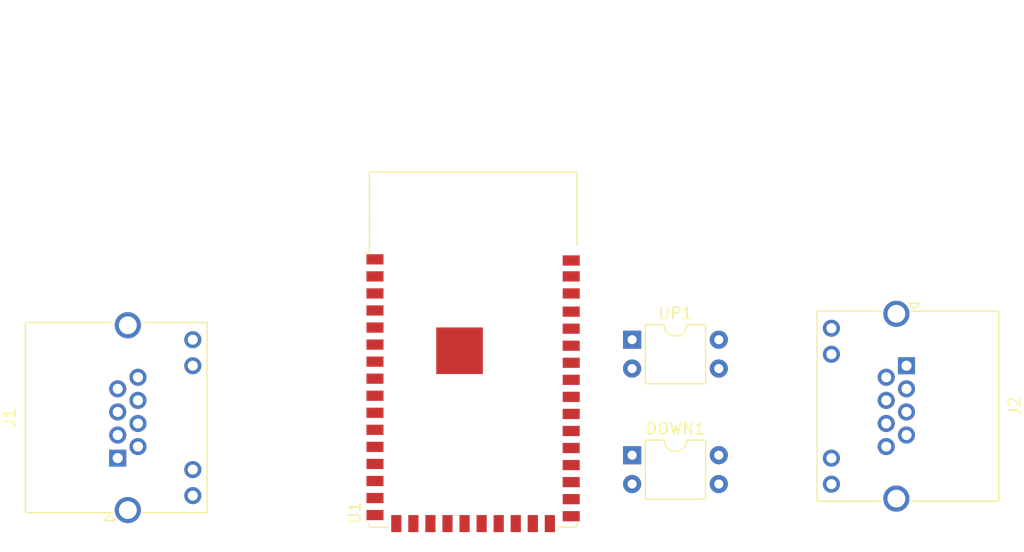
<source format=kicad_pcb>
(kicad_pcb (version 20221018) (generator pcbnew)
  (layers (0 "F.Cu" signal) (31 "B.Cu" signal) (34 "B.Paste" user) (35 "F.Paste" user) (36 "B.SilkS" user "B.Silkscreen") (37 "F.SilkS" user "F.Silkscreen") (38 "B.Mask" user) (39 "F.Mask" user) (44 "Edge.Cuts" user))
  (net 0 "")
  (net 3 "Net-(DOWN1-Pad3)")
  (net 4 "Net-(DOWN1-Pad4)")
  (net 7 "Net-(U1-3V3)")
  (net 8 "Net-(U1-IO09)")
  (net 9 "Net-(U1-IO08)")
  (net 19 "Net-(J2-Pad5)")
  (net 27 "Net-(U1-GND-Pad1)")
  (footprint "Connector_RJ:RJ45_Amphenol_RJHSE538X" (layer "F.Cu") (at 124.46 87.376 -90)
    (fp_text reference "J2" (at 3.56 -9.5 90) (layer "F.SilkS"))
    (fp_text value "8P8C_LED")
    (fp_line (start -5.5 -1.2) (end -5 -0.7) (stroke (width 0.12)) (layer "F.SilkS"))
    (fp_line (start -5.5 -0.2) (end -5.5 -1.2) (stroke (width 0.12)) (layer "F.SilkS"))
    (fp_line (start -5 -0.7) (end -5.5 -0.2) (stroke (width 0.12)) (layer "F.SilkS"))
    (fp_line (start -4.805 -8.11) (end -4.805 -0.5) (stroke (width 0.12)) (layer "F.SilkS"))
    (fp_line (start -4.805 -8.11) (end 11.925 -8.11) (stroke (width 0.12)) (layer "F.SilkS"))
    (fp_line (start -4.805 7.86) (end -4.805 2.3) (stroke (width 0.12)) (layer "F.SilkS"))
    (fp_line (start -4.805 7.86) (end 11.925 7.86) (stroke (width 0.12)) (layer "F.SilkS"))
    (fp_line (start 11.925 -8.11) (end 11.925 -0.5) (stroke (width 0.12)) (layer "F.SilkS"))
    (fp_line (start 11.925 7.86) (end 11.925 2.3) (stroke (width 0.12)) (layer "F.SilkS"))
    (pad "" np_thru_hole circle (at -2.79 -2.54 270) (size 3.25 3.25) (drill 3.25) (layers "*.Cu" "*.Mask"))
    (pad "" np_thru_hole circle (at 9.91 -2.54 270) (size 3.25 3.25) (drill 3.25) (layers "*.Cu" "*.Mask"))
    (pad "1" thru_hole rect (at 0 0 270) (size 1.5 1.5) (drill 0.89) (layers "*.Cu" "*.Mask"))
    (pad "2" thru_hole circle (at 1.016 1.78 270) (size 1.5 1.5) (drill 0.89) (layers "*.Cu" "*.Mask"))
    (pad "3" thru_hole circle (at 2.032 0 270) (size 1.5 1.5) (drill 0.89) (layers "*.Cu" "*.Mask") (net 4 "Net-(DOWN1-Pad4)"))
    (pad "4" thru_hole circle (at 3.048 1.78 270) (size 1.5 1.5) (drill 0.89) (layers "*.Cu" "*.Mask") (net 3 "Net-(DOWN1-Pad3)"))
    (pad "5" thru_hole circle (at 4.064 0 270) (size 1.5 1.5) (drill 0.89) (layers "*.Cu" "*.Mask") (net 19 "Net-(J2-Pad5)"))
    (pad "6" thru_hole circle (at 5.08 1.78 270) (size 1.5 1.5) (drill 0.89) (layers "*.Cu" "*.Mask"))
    (pad "7" thru_hole circle (at 6.096 0 270) (size 1.5 1.5) (drill 0.89) (layers "*.Cu" "*.Mask"))
    (pad "8" thru_hole circle (at 7.112 1.78 270) (size 1.5 1.5) (drill 0.89) (layers "*.Cu" "*.Mask"))
    (pad "9" thru_hole circle (at -3.3 6.6 270) (size 1.5 1.5) (drill 0.89) (layers "*.Cu" "*.Mask"))
    (pad "10" thru_hole circle (at -1.01 6.6 270) (size 1.5 1.5) (drill 0.89) (layers "*.Cu" "*.Mask"))
    (pad "11" thru_hole circle (at 8.13 6.6 270) (size 1.5 1.5) (drill 0.89) (layers "*.Cu" "*.Mask"))
    (pad "12" thru_hole circle (at 10.42 6.6 270) (size 1.5 1.5) (drill 0.89) (layers "*.Cu" "*.Mask"))
    (pad "SH" thru_hole circle (at -4.57 0.89 270) (size 2.3 2.3) (drill 1.57) (layers "*.Cu" "*.Mask"))
    (pad "SH" thru_hole circle (at 11.69 0.89 270) (size 2.3 2.3) (drill 1.57) (layers "*.Cu" "*.Mask"))
  )
  (footprint "RF_Module:ESP32-S2-WROVER" (layer "F.Cu") (at 86.36 89.79)
    (fp_text reference "U1" (at -10.41 10.53 90) (layer "F.SilkS"))
    (fp_text value "ESP32-S2-WROVER")
    (fp_line (start -9.125 -19.45) (end 9.13 -19.45) (stroke (width 0.12)) (layer "F.SilkS"))
    (fp_line (start -9.12 11.44) (end -9.12 11.8) (stroke (width 0.12)) (layer "F.SilkS"))
    (fp_line (start -9.12 11.8) (end -7.46 11.8) (stroke (width 0.12)) (layer "F.SilkS"))
    (fp_line (start -9.11 -12.37) (end -9.5 -12.37) (stroke (width 0.12)) (layer "F.SilkS"))
    (fp_line (start -9.11 -12.37) (end -9.125 -19.45) (stroke (width 0.12)) (layer "F.SilkS"))
    (fp_line (start 9.12 11.54) (end 9.12 11.8) (stroke (width 0.12)) (layer "F.SilkS"))
    (fp_line (start 9.12 11.8) (end 7.46 11.8) (stroke (width 0.12)) (layer "F.SilkS"))
    (fp_line (start 9.13 -13.03) (end 9.13 -19.45) (stroke (width 0.12)) (layer "F.SilkS"))
    (pad "1" smd rect (at -8.625 -11.775) (size 1.5 0.9) (layers "F.Cu" "F.Paste" "F.Mask") (net 27 "Net-(U1-GND-Pad1)"))
    (pad "2" smd rect (at -8.625 -10.275) (size 1.5 0.9) (layers "F.Cu" "F.Paste" "F.Mask") (net 7 "Net-(U1-3V3)"))
    (pad "3" smd rect (at -8.625 -8.775) (size 1.5 0.9) (layers "F.Cu" "F.Paste" "F.Mask"))
    (pad "4" smd rect (at -8.625 -7.275) (size 1.5 0.9) (layers "F.Cu" "F.Paste" "F.Mask"))
    (pad "5" smd rect (at -8.625 -5.775) (size 1.5 0.9) (layers "F.Cu" "F.Paste" "F.Mask"))
    (pad "6" smd rect (at -8.625 -4.275) (size 1.5 0.9) (layers "F.Cu" "F.Paste" "F.Mask"))
    (pad "7" smd rect (at -8.625 -2.775) (size 1.5 0.9) (layers "F.Cu" "F.Paste" "F.Mask"))
    (pad "8" smd rect (at -8.625 -1.275) (size 1.5 0.9) (layers "F.Cu" "F.Paste" "F.Mask"))
    (pad "9" smd rect (at -8.625 0.225) (size 1.5 0.9) (layers "F.Cu" "F.Paste" "F.Mask"))
    (pad "10" smd rect (at -8.625 1.725) (size 1.5 0.9) (layers "F.Cu" "F.Paste" "F.Mask"))
    (pad "11" smd rect (at -8.625 3.225) (size 1.5 0.9) (layers "F.Cu" "F.Paste" "F.Mask") (net 9 "Net-(U1-IO08)"))
    (pad "12" smd rect (at -8.625 4.725) (size 1.5 0.9) (layers "F.Cu" "F.Paste" "F.Mask") (net 8 "Net-(U1-IO09)"))
    (pad "13" smd rect (at -8.625 6.225) (size 1.5 0.9) (layers "F.Cu" "F.Paste" "F.Mask"))
    (pad "14" smd rect (at -8.625 7.725) (size 1.5 0.9) (layers "F.Cu" "F.Paste" "F.Mask"))
    (pad "15" smd rect (at -8.625 9.225 180) (size 1.5 0.9) (layers "F.Cu" "F.Paste" "F.Mask"))
    (pad "16" smd rect (at -8.625 10.725 180) (size 1.5 0.9) (layers "F.Cu" "F.Paste" "F.Mask"))
    (pad "17" smd rect (at -6.75 11.475) (size 0.9 1.5) (layers "F.Cu" "F.Paste" "F.Mask"))
    (pad "18" smd rect (at -5.25 11.475) (size 0.9 1.5) (layers "F.Cu" "F.Paste" "F.Mask"))
    (pad "19" smd rect (at -3.75 11.475) (size 0.9 1.5) (layers "F.Cu" "F.Paste" "F.Mask"))
    (pad "20" smd rect (at -2.25 11.475) (size 0.9 1.5) (layers "F.Cu" "F.Paste" "F.Mask"))
    (pad "21" smd rect (at -0.75 11.475) (size 0.9 1.5) (layers "F.Cu" "F.Paste" "F.Mask"))
    (pad "22" smd rect (at 0.75 11.475) (size 0.9 1.5) (layers "F.Cu" "F.Paste" "F.Mask"))
    (pad "23" smd rect (at 2.25 11.475) (size 0.9 1.5) (layers "F.Cu" "F.Paste" "F.Mask"))
    (pad "24" smd rect (at 3.75 11.475) (size 0.9 1.5) (layers "F.Cu" "F.Paste" "F.Mask"))
    (pad "25" smd rect (at 5.25 11.475) (size 0.9 1.5) (layers "F.Cu" "F.Paste" "F.Mask"))
    (pad "26" smd rect (at 6.75 11.475) (size 0.9 1.5) (layers "F.Cu" "F.Paste" "F.Mask") (net 27 "Net-(U1-GND-Pad1)"))
    (pad "27" smd rect (at 8.625 10.825) (size 1.5 0.9) (layers "F.Cu" "F.Paste" "F.Mask"))
    (pad "28" smd rect (at 8.625 9.325) (size 1.5 0.9) (layers "F.Cu" "F.Paste" "F.Mask"))
    (pad "29" smd rect (at 8.625 7.825) (size 1.5 0.9) (layers "F.Cu" "F.Paste" "F.Mask"))
    (pad "30" smd rect (at 8.625 6.325) (size 1.5 0.9) (layers "F.Cu" "F.Paste" "F.Mask"))
    (pad "31" smd rect (at 8.625 4.825) (size 1.5 0.9) (layers "F.Cu" "F.Paste" "F.Mask"))
    (pad "32" smd rect (at 8.625 3.325) (size 1.5 0.9) (layers "F.Cu" "F.Paste" "F.Mask"))
    (pad "33" smd rect (at 8.625 1.825) (size 1.5 0.9) (layers "F.Cu" "F.Paste" "F.Mask"))
    (pad "34" smd rect (at 8.625 0.325) (size 1.5 0.9) (layers "F.Cu" "F.Paste" "F.Mask"))
    (pad "35" smd rect (at 8.625 -1.175) (size 1.5 0.9) (layers "F.Cu" "F.Paste" "F.Mask"))
    (pad "36" smd rect (at 8.625 -2.675) (size 1.5 0.9) (layers "F.Cu" "F.Paste" "F.Mask"))
    (pad "37" smd rect (at 8.625 -4.175) (size 1.5 0.9) (layers "F.Cu" "F.Paste" "F.Mask"))
    (pad "38" smd rect (at 8.625 -5.675) (size 1.5 0.9) (layers "F.Cu" "F.Paste" "F.Mask"))
    (pad "39" smd rect (at 8.625 -7.175) (size 1.5 0.9) (layers "F.Cu" "F.Paste" "F.Mask"))
    (pad "40" smd rect (at 8.625 -8.775) (size 1.5 0.9) (layers "F.Cu" "F.Paste" "F.Mask"))
    (pad "41" smd rect (at 8.625 -10.275) (size 1.5 0.9) (layers "F.Cu" "F.Paste" "F.Mask"))
    (pad "42" smd rect (at 8.625 -11.675) (size 1.5 0.9) (layers "F.Cu" "F.Paste" "F.Mask") (net 27 "Net-(U1-GND-Pad1)"))
    (pad "43" smd rect (at -1.19 -3.735) (size 4.1 4.1) (layers "F.Cu" "F.Paste" "F.Mask") (net 27 "Net-(U1-GND-Pad1)"))
  )
  (footprint "Package_DIP:DIP-4_W7.62mm" (layer "F.Cu") (at 100.34 95.245)
    (fp_text reference "DOWN1" (at 3.81 -2.33) (layer "F.SilkS"))
    (fp_text value "PC817")
    (fp_line (start 1.16 -1.33) (end 1.16 3.87) (stroke (width 0.12)) (layer "F.SilkS"))
    (fp_line (start 1.16 3.87) (end 6.46 3.87) (stroke (width 0.12)) (layer "F.SilkS"))
    (fp_line (start 2.81 -1.33) (end 1.16 -1.33) (stroke (width 0.12)) (layer "F.SilkS"))
    (fp_line (start 6.46 -1.33) (end 4.81 -1.33) (stroke (width 0.12)) (layer "F.SilkS"))
    (fp_line (start 6.46 3.87) (end 6.46 -1.33) (stroke (width 0.12)) (layer "F.SilkS"))
    (fp_arc (start 4.81 -1.33) (mid 3.81 -0.33) (end 2.81 -1.33) (stroke (width 0.12)) (layer "F.SilkS"))
    (pad "1" thru_hole rect (at 0 0) (size 1.6 1.6) (drill 0.8) (layers "*.Cu" "*.Mask"))
    (pad "2" thru_hole oval (at 0 2.54) (size 1.6 1.6) (drill 0.8) (layers "*.Cu" "*.Mask"))
    (pad "3" thru_hole oval (at 7.62 2.54) (size 1.6 1.6) (drill 0.8) (layers "*.Cu" "*.Mask") (net 3 "Net-(DOWN1-Pad3)"))
    (pad "4" thru_hole oval (at 7.62 0) (size 1.6 1.6) (drill 0.8) (layers "*.Cu" "*.Mask") (net 4 "Net-(DOWN1-Pad4)"))
  )
  (footprint "Package_DIP:DIP-4_W7.62mm" (layer "F.Cu") (at 100.34 85.085)
    (fp_text reference "UP1" (at 3.81 -2.33) (layer "F.SilkS"))
    (fp_text value "PC817")
    (fp_line (start 1.16 -1.33) (end 1.16 3.87) (stroke (width 0.12)) (layer "F.SilkS"))
    (fp_line (start 1.16 3.87) (end 6.46 3.87) (stroke (width 0.12)) (layer "F.SilkS"))
    (fp_line (start 2.81 -1.33) (end 1.16 -1.33) (stroke (width 0.12)) (layer "F.SilkS"))
    (fp_line (start 6.46 -1.33) (end 4.81 -1.33) (stroke (width 0.12)) (layer "F.SilkS"))
    (fp_line (start 6.46 3.87) (end 6.46 -1.33) (stroke (width 0.12)) (layer "F.SilkS"))
    (fp_arc (start 4.81 -1.33) (mid 3.81 -0.33) (end 2.81 -1.33) (stroke (width 0.12)) (layer "F.SilkS"))
    (pad "1" thru_hole rect (at 0 0) (size 1.6 1.6) (drill 0.8) (layers "*.Cu" "*.Mask"))
    (pad "2" thru_hole oval (at 0 2.54) (size 1.6 1.6) (drill 0.8) (layers "*.Cu" "*.Mask"))
    (pad "3" thru_hole oval (at 7.62 2.54) (size 1.6 1.6) (drill 0.8) (layers "*.Cu" "*.Mask") (net 19 "Net-(J2-Pad5)"))
    (pad "4" thru_hole oval (at 7.62 0) (size 1.6 1.6) (drill 0.8) (layers "*.Cu" "*.Mask") (net 4 "Net-(DOWN1-Pad4)"))
  )
  (footprint "Connector_RJ:RJ45_Amphenol_RJHSE538X" (layer "F.Cu") (at 55.12 95.504 90)
    (fp_text reference "J1" (at 3.56 -9.5 90) (layer "F.SilkS"))
    (fp_text value "8P8C_LED")
    (fp_line (start -5.5 -1.2) (end -5 -0.7) (stroke (width 0.12)) (layer "F.SilkS"))
    (fp_line (start -5.5 -0.2) (end -5.5 -1.2) (stroke (width 0.12)) (layer "F.SilkS"))
    (fp_line (start -5 -0.7) (end -5.5 -0.2) (stroke (width 0.12)) (layer "F.SilkS"))
    (fp_line (start -4.805 -8.11) (end -4.805 -0.5) (stroke (width 0.12)) (layer "F.SilkS"))
    (fp_line (start -4.805 -8.11) (end 11.925 -8.11) (stroke (width 0.12)) (layer "F.SilkS"))
    (fp_line (start -4.805 7.86) (end -4.805 2.3) (stroke (width 0.12)) (layer "F.SilkS"))
    (fp_line (start -4.805 7.86) (end 11.925 7.86) (stroke (width 0.12)) (layer "F.SilkS"))
    (fp_line (start 11.925 -8.11) (end 11.925 -0.5) (stroke (width 0.12)) (layer "F.SilkS"))
    (fp_line (start 11.925 7.86) (end 11.925 2.3) (stroke (width 0.12)) (layer "F.SilkS"))
    (pad "" np_thru_hole circle (at -2.79 -2.54 90) (size 3.25 3.25) (drill 3.25) (layers "*.Cu" "*.Mask"))
    (pad "" np_thru_hole circle (at 9.91 -2.54 90) (size 3.25 3.25) (drill 3.25) (layers "*.Cu" "*.Mask"))
    (pad "1" thru_hole rect (at 0 0 90) (size 1.5 1.5) (drill 0.89) (layers "*.Cu" "*.Mask"))
    (pad "2" thru_hole circle (at 1.016 1.78 90) (size 1.5 1.5) (drill 0.89) (layers "*.Cu" "*.Mask"))
    (pad "3" thru_hole circle (at 2.032 0 90) (size 1.5 1.5) (drill 0.89) (layers "*.Cu" "*.Mask") (net 7 "Net-(U1-3V3)"))
    (pad "4" thru_hole circle (at 3.048 1.78 90) (size 1.5 1.5) (drill 0.89) (layers "*.Cu" "*.Mask") (net 8 "Net-(U1-IO09)"))
    (pad "5" thru_hole circle (at 4.064 0 90) (size 1.5 1.5) (drill 0.89) (layers "*.Cu" "*.Mask") (net 9 "Net-(U1-IO08)"))
    (pad "6" thru_hole circle (at 5.08 1.78 90) (size 1.5 1.5) (drill 0.89) (layers "*.Cu" "*.Mask"))
    (pad "7" thru_hole circle (at 6.096 0 90) (size 1.5 1.5) (drill 0.89) (layers "*.Cu" "*.Mask"))
    (pad "8" thru_hole circle (at 7.112 1.78 90) (size 1.5 1.5) (drill 0.89) (layers "*.Cu" "*.Mask"))
    (pad "9" thru_hole circle (at -3.3 6.6 90) (size 1.5 1.5) (drill 0.89) (layers "*.Cu" "*.Mask"))
    (pad "10" thru_hole circle (at -1.01 6.6 90) (size 1.5 1.5) (drill 0.89) (layers "*.Cu" "*.Mask"))
    (pad "11" thru_hole circle (at 8.13 6.6 90) (size 1.5 1.5) (drill 0.89) (layers "*.Cu" "*.Mask"))
    (pad "12" thru_hole circle (at 10.42 6.6 90) (size 1.5 1.5) (drill 0.89) (layers "*.Cu" "*.Mask"))
    (pad "SH" thru_hole circle (at -4.57 0.89 90) (size 2.3 2.3) (drill 1.57) (layers "*.Cu" "*.Mask"))
    (pad "SH" thru_hole circle (at 11.69 0.89 90) (size 2.3 2.3) (drill 1.57) (layers "*.Cu" "*.Mask"))
  )
)
</source>
